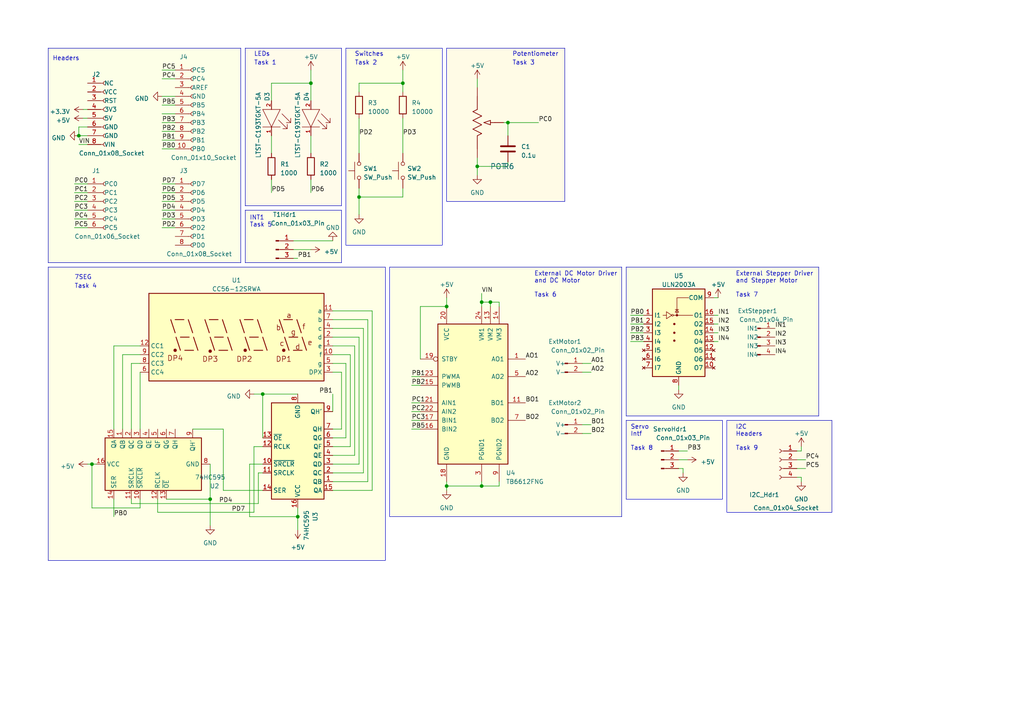
<source format=kicad_sch>
(kicad_sch (version 20230121) (generator eeschema)
  (paper "A4")
  (title_block (title "CpE301D KiCad PCB Design") (date "2023-05-09") (rev "1.0") (company "UNLV Student") (comment 1 "Arduino Shield for your Xplained Mini Atmega328p/pb.") (comment 2 "The goal of the final project in CpE301D will be to design an "))
  (lib_symbols
    (symbol "2023-05-09_16-09-35:POT" (pin_numbers hide) (pin_names (offset -1.651) hide)
      (property "Reference" "R6" (at -2.54 10.795 90))
      (property "Value" "POT" (at -2.54 8.255 90))
      (symbol "POT_1_1"
        (pin passive line (at 0 0 0) (length 2.54) (name "1") (number "1"))
        (pin passive line (at 10.16 7.62 270) (length 2.54) (name "2") (number "2"))
        (pin passive line (at 20.32 0 180) (length 2.54) (name "3") (number "3"))
      )
    )
    (symbol "74HC595_1"
      (property "Reference" "U2" (at -6.35 -19.05 90))
      (property "Value" "74HC595" (at -3.81 -17.78 90))
      (symbol "74HC595_1_1_0"
        (pin tri_state line (at 10.16 7.62 180) (length 2.54) (name "QB") (number "1"))
        (pin input line (at -10.16 2.54 0) (length 2.54) (name "~{SRCLR}") (number "10"))
        (pin input line (at -10.16 5.08 0) (length 2.54) (name "SRCLK") (number "11"))
        (pin input line (at -10.16 -2.54 0) (length 2.54) (name "RCLK") (number "12"))
        (pin input line (at -10.16 -5.08 0) (length 2.54) (name "~{OE}") (number "13"))
        (pin input line (at -10.16 10.16 0) (length 2.54) (name "SER") (number "14"))
        (pin tri_state line (at 10.16 10.16 180) (length 2.54) (name "QA") (number "15"))
        (pin power_in line (at 0 15.24 270) (length 2.54) (name "VCC") (number "16"))
        (pin tri_state line (at 10.16 5.08 180) (length 2.54) (name "QC") (number "2"))
        (pin tri_state line (at 10.16 2.54 180) (length 2.54) (name "QD") (number "3"))
        (pin free line (at 10.16 0 180) (length 2.54) (name "QE") (number "4"))
        (pin free line (at 10.16 -2.54 180) (length 2.54) (name "QF") (number "5"))
        (pin free line (at 10.16 -5.08 180) (length 2.54) (name "QG") (number "6"))
        (pin free line (at 10.16 -7.62 180) (length 2.54) (name "QH") (number "7"))
        (pin power_in line (at 0 -17.78 90) (length 2.54) (name "GND") (number "8"))
        (pin output line (at 10.16 -12.7 180) (length 2.54) (name "QH'") (number "9"))
      )
    )
    (symbol "74xx:74HC595"
      (property "Reference" "U" (at -7.62 13.97 0))
      (property "Value" "74HC595" (at -7.62 -16.51 0))
      (symbol "74HC595_1_0"
        (pin tri_state line (at 10.16 7.62 180) (length 2.54) (name "QB") (number "1"))
        (pin input line (at -10.16 2.54 0) (length 2.54) (name "~{SRCLR}") (number "10"))
        (pin input line (at -10.16 5.08 0) (length 2.54) (name "SRCLK") (number "11"))
        (pin input line (at -10.16 -2.54 0) (length 2.54) (name "RCLK") (number "12"))
        (pin input line (at -10.16 -5.08 0) (length 2.54) (name "~{OE}") (number "13"))
        (pin input line (at -10.16 10.16 0) (length 2.54) (name "SER") (number "14"))
        (pin tri_state line (at 10.16 10.16 180) (length 2.54) (name "QA") (number "15"))
        (pin power_in line (at 0 15.24 270) (length 2.54) (name "VCC") (number "16"))
        (pin tri_state line (at 10.16 5.08 180) (length 2.54) (name "QC") (number "2"))
        (pin tri_state line (at 10.16 2.54 180) (length 2.54) (name "QD") (number "3"))
        (pin tri_state line (at 10.16 0 180) (length 2.54) (name "QE") (number "4"))
        (pin tri_state line (at 10.16 -2.54 180) (length 2.54) (name "QF") (number "5"))
        (pin tri_state line (at 10.16 -5.08 180) (length 2.54) (name "QG") (number "6"))
        (pin tri_state line (at 10.16 -7.62 180) (length 2.54) (name "QH") (number "7"))
        (pin power_in line (at 0 -17.78 90) (length 2.54) (name "GND") (number "8"))
        (pin output line (at 10.16 -12.7 180) (length 2.54) (name "QH'") (number "9"))
      )
    )
    (symbol "Conn_01x02_Pin_1" (pin_names (offset 1.016))
      (property "Reference" "ExtMotor1" (at 0 6.35 0))
      (property "Value" "Conn_01x02_Pin" (at 3.81 3.81 0))
      (symbol "Conn_01x02_Pin_1_1_1"
        (pin passive line (at 5.08 0 180) (length 3.81) (name "V+") (number "1"))
        (pin passive line (at 5.08 -2.54 180) (length 3.81) (name "V-") (number "2"))
      )
    )
    (symbol "Conn_01x08_Socket_1" (pin_names (offset 1.016))
      (property "Reference" "J2" (at -3.81 10.16 0))
      (property "Value" "Conn_01x08_Socket" (at -7.62 -12.7 0))
      (symbol "Conn_01x08_Socket_1_1_1"
        (pin free line (at -5.08 7.62 0) (length 3.81) (name "NC") (number "1"))
        (pin free line (at -5.08 5.08 0) (length 3.81) (name "VCC") (number "2"))
        (pin free line (at -5.08 2.54 0) (length 3.81) (name "RST") (number "3"))
        (pin power_out line (at -5.08 0 0) (length 3.81) (name "3V3") (number "4"))
        (pin power_out line (at -5.08 -2.54 0) (length 3.81) (name "5V") (number "5"))
        (pin power_in line (at -5.08 -5.08 0) (length 3.81) (name "GND") (number "6"))
        (pin power_out line (at -5.08 -7.62 0) (length 3.81) (name "GND") (number "7"))
        (pin power_out line (at -5.08 -10.16 0) (length 3.81) (name "VIN") (number "8"))
      )
    )
    (symbol "Connector:Conn_01x02_Pin" (pin_names (offset 1.016))
      (property "Reference" "ExtMotor2" (at 0 6.35 0))
      (property "Value" "Conn_01x02_Pin" (at 3.81 3.81 0))
      (symbol "Conn_01x02_Pin_1_1"
        (pin passive line (at 5.08 0 180) (length 3.81) (name "V+") (number "1"))
        (pin passive line (at 5.08 -2.54 180) (length 3.81) (name "V-") (number "2"))
      )
    )
    (symbol "Connector:Conn_01x03_Pin" (pin_names (offset 1.016) hide)
      (property "Reference" "J" (at 0 5.08 0))
      (property "Value" "Conn_01x03_Pin" (at 0 -5.08 0))
      (symbol "Conn_01x03_Pin_1_1"
        (pin passive line (at 5.08 2.54 180) (length 3.81) (name "Pin_1") (number "1"))
        (pin passive line (at 5.08 0 180) (length 3.81) (name "Pin_2") (number "2"))
        (pin passive line (at 5.08 -2.54 180) (length 3.81) (name "Pin_3") (number "3"))
      )
    )
    (symbol "Connector:Conn_01x04_Pin" (pin_names (offset 1.016))
      (property "Reference" "J5" (at 0.635 6.35 0))
      (property "Value" "Conn_01x04_Pin" (at 0.635 3.81 0))
      (symbol "Conn_01x04_Pin_1_1"
        (pin passive line (at 5.08 2.54 180) (length 3.81) (name "IN1") (number "1"))
        (pin passive line (at 5.08 0 180) (length 3.81) (name "IN2") (number "2"))
        (pin passive line (at 5.08 -2.54 180) (length 3.81) (name "IN3") (number "3"))
        (pin passive line (at 5.08 -5.08 180) (length 3.81) (name "IN4") (number "4"))
      )
    )
    (symbol "Connector:Conn_01x04_Socket" (pin_names (offset 1.016) hide)
      (property "Reference" "J" (at 0 5.08 0))
      (property "Value" "Conn_01x04_Socket" (at 0 -7.62 0))
      (symbol "Conn_01x04_Socket_1_1"
        (pin passive line (at -5.08 2.54 0) (length 3.81) (name "Pin_1") (number "1"))
        (pin passive line (at -5.08 0 0) (length 3.81) (name "Pin_2") (number "2"))
        (pin passive line (at -5.08 -2.54 0) (length 3.81) (name "Pin_3") (number "3"))
        (pin passive line (at -5.08 -5.08 0) (length 3.81) (name "Pin_4") (number "4"))
      )
    )
    (symbol "Connector:Conn_01x06_Socket" (pin_names (offset 1.016))
      (property "Reference" "J1" (at -3.81 8.89 0))
      (property "Value" "Conn_01x06_Socket" (at -8.89 -10.16 0))
      (symbol "Conn_01x06_Socket_1_1"
        (pin passive line (at -5.08 5.08 0) (length 3.81) (name "PC0") (number "1"))
        (pin passive line (at -5.08 2.54 0) (length 3.81) (name "PC1") (number "2"))
        (pin passive line (at -5.08 0 0) (length 3.81) (name "PC2") (number "3"))
        (pin passive line (at -5.08 -2.54 0) (length 3.81) (name "PC3") (number "4"))
        (pin passive line (at -5.08 -5.08 0) (length 3.81) (name "PC4") (number "5"))
        (pin passive line (at -5.08 -7.62 0) (length 3.81) (name "PC5") (number "6"))
      )
    )
    (symbol "Connector:Conn_01x08_Socket" (pin_names (offset 1.016))
      (property "Reference" "J3" (at -3.81 11.43 0))
      (property "Value" "Conn_01x08_Socket" (at -7.62 -12.7 0))
      (symbol "Conn_01x08_Socket_1_1"
        (pin output line (at -5.08 7.62 0) (length 3.81) (name "PD7") (number "1"))
        (pin passive line (at -5.08 5.08 0) (length 3.81) (name "PD6") (number "2"))
        (pin passive line (at -5.08 2.54 0) (length 3.81) (name "PD5") (number "3"))
        (pin passive line (at -5.08 0 0) (length 3.81) (name "PD4") (number "4"))
        (pin passive line (at -5.08 -2.54 0) (length 3.81) (name "PD3") (number "5"))
        (pin passive line (at -5.08 -5.08 0) (length 3.81) (name "PD2") (number "6"))
        (pin free line (at -5.08 -7.62 0) (length 3.81) (name "PD1") (number "7"))
        (pin free line (at -5.08 -10.16 0) (length 3.81) (name "PD0") (number "8"))
      )
    )
    (symbol "Connector:Conn_01x10_Socket" (pin_names (offset 1.016))
      (property "Reference" "J4" (at -3.81 13.97 0))
      (property "Value" "Conn_01x10_Socket" (at -6.35 -15.24 0))
      (symbol "Conn_01x10_Socket_1_1"
        (pin passive line (at -5.08 10.16 0) (length 3.81) (name "PC5") (number "1"))
        (pin passive line (at -5.08 -12.7 0) (length 3.81) (name "PB0") (number "10"))
        (pin passive line (at -5.08 7.62 0) (length 3.81) (name "PC4") (number "2"))
        (pin free line (at -5.08 5.08 0) (length 3.81) (name "AREF") (number "3"))
        (pin power_in line (at -5.08 2.54 0) (length 3.81) (name "GND") (number "4"))
        (pin passive line (at -5.08 0 0) (length 3.81) (name "PB5") (number "5"))
        (pin free line (at -5.08 -2.54 0) (length 3.81) (name "PB4") (number "6"))
        (pin passive line (at -5.08 -5.08 0) (length 3.81) (name "PB3") (number "7"))
        (pin passive line (at -5.08 -7.62 0) (length 3.81) (name "PB2") (number "8"))
        (pin passive line (at -5.08 -10.16 0) (length 3.81) (name "PB1") (number "9"))
      )
    )
    (symbol "Device:C" (pin_numbers hide) (pin_names (offset 0.254))
      (property "Reference" "C" (at 0.635 2.54 0))
      (property "Value" "C" (at 0.635 -2.54 0))
      (symbol "C_1_1"
        (pin passive line (at 0 3.81 270) (length 2.794) (name "~") (number "1"))
        (pin passive line (at 0 -3.81 90) (length 2.794) (name "~") (number "2"))
      )
    )
    (symbol "Device:R" (pin_numbers hide) (pin_names (offset 0))
      (property "Reference" "R" (at 2.032 0 90))
      (property "Value" "R" (at 0 0 90))
      (symbol "R_1_1"
        (pin passive line (at 0 3.81 270) (length 1.27) (name "~") (number "1"))
        (pin passive line (at 0 -3.81 90) (length 1.27) (name "~") (number "2"))
      )
    )
    (symbol "Display_Character:CC56-12SRWA"
      (property "Reference" "U" (at -24.13 13.97 0))
      (property "Value" "CC56-12SRWA" (at 17.78 13.97 0))
      (symbol "CC56-12SRWA_0_0"
        (text "a" (at -15.24 6.35 0) (effects (font (size 1.524 1.524))))
        (text "b" (at -12.192 2.794 0) (effects (font (size 1.524 1.524))))
        (text "c" (at -13.208 -1.778 0) (effects (font (size 1.524 1.524))))
        (text "d" (at -17.78 -2.794 0) (effects (font (size 1.524 1.524))))
        (text "DP1" (at -13.716 -6.35 0) (effects (font (size 1.524 1.524))))
        (text "DP2" (at -2.286 -6.35 0) (effects (font (size 1.524 1.524))))
        (text "DP3" (at 7.62 -6.35 0) (effects (font (size 1.524 1.524))))
        (text "DP4" (at 17.78 -6.096 0) (effects (font (size 1.524 1.524))))
        (text "e" (at -21.336 -1.524 0) (effects (font (size 1.524 1.524))))
        (text "f" (at -19.558 3.048 0) (effects (font (size 1.524 1.524))))
        (text "g" (at -16.51 1.524 0) (effects (font (size 1.524 1.524))))
      )
      (symbol "CC56-12SRWA_1_1"
        (pin input line (at -27.94 -2.54 0) (length 2.54) (name "e") (number "1"))
        (pin input line (at -27.94 -5.08 0) (length 2.54) (name "f") (number "10"))
        (pin input line (at -27.94 7.62 0) (length 2.54) (name "a") (number "11"))
        (pin input line (at 27.94 -2.54 180) (length 2.54) (name "CC1") (number "12"))
        (pin input line (at -27.94 0 0) (length 2.54) (name "d") (number "2"))
        (pin input line (at -27.94 -10.16 0) (length 2.54) (name "DPX") (number "3"))
        (pin input line (at -27.94 2.54 0) (length 2.54) (name "c") (number "4"))
        (pin input line (at -27.94 -7.62 0) (length 2.54) (name "g") (number "5"))
        (pin input line (at 27.94 -10.16 180) (length 2.54) (name "CC4") (number "6"))
        (pin input line (at -27.94 5.08 0) (length 2.54) (name "b") (number "7"))
        (pin input line (at 27.94 -7.62 180) (length 2.54) (name "CC3") (number "8"))
        (pin input line (at 27.94 -5.08 180) (length 2.54) (name "CC2") (number "9"))
      )
    )
    (symbol "Driver_Motor:TB6612FNG" (pin_names (offset 1.016))
      (property "Reference" "U" (at 11.43 17.78 0))
      (property "Value" "TB6612FNG" (at 11.43 15.24 0))
      (symbol "TB6612FNG_1_1"
        (pin output line (at 15.24 10.16 180) (length 5.08) (name "AO1") (number "1"))
        (pin passive line (at 7.62 -25.4 90) (length 5.08) hide (name "PGND2") (number "10"))
        (pin output line (at 15.24 -2.54 180) (length 5.08) (name "BO1") (number "11"))
        (pin passive line (at 15.24 -2.54 180) (length 5.08) hide (name "BO1") (number "12"))
        (pin power_in line (at 5.08 25.4 270) (length 5.08) (name "VM2") (number "13"))
        (pin power_in line (at 7.62 25.4 270) (length 5.08) (name "VM3") (number "14"))
        (pin input line (at -15.24 2.54 0) (length 5.08) (name "PWMB") (number "15"))
        (pin input line (at -15.24 -10.16 0) (length 5.08) (name "BIN2") (number "16"))
        (pin input line (at -15.24 -7.62 0) (length 5.08) (name "BIN1") (number "17"))
        (pin power_in line (at -7.62 -25.4 90) (length 5.08) (name "GND") (number "18"))
        (pin input inverted (at -15.24 10.16 0) (length 5.08) (name "STBY") (number "19"))
        (pin passive line (at 15.24 10.16 180) (length 5.08) hide (name "AO1") (number "2"))
        (pin power_in line (at -7.62 25.4 270) (length 5.08) (name "VCC") (number "20"))
        (pin input line (at -15.24 -2.54 0) (length 5.08) (name "AIN1") (number "21"))
        (pin input line (at -15.24 -5.08 0) (length 5.08) (name "AIN2") (number "22"))
        (pin input line (at -15.24 5.08 0) (length 5.08) (name "PWMA") (number "23"))
        (pin power_in line (at 2.54 25.4 270) (length 5.08) (name "VM1") (number "24"))
        (pin power_in line (at 2.54 -25.4 90) (length 5.08) (name "PGND1") (number "3"))
        (pin passive line (at 2.54 -25.4 90) (length 5.08) hide (name "PGND1") (number "4"))
        (pin output line (at 15.24 5.08 180) (length 5.08) (name "AO2") (number "5"))
        (pin passive line (at 15.24 5.08 180) (length 5.08) hide (name "AO2") (number "6"))
        (pin output line (at 15.24 -7.62 180) (length 5.08) (name "BO2") (number "7"))
        (pin passive line (at 15.24 -7.62 180) (length 5.08) hide (name "BO2") (number "8"))
        (pin power_in line (at 7.62 -25.4 90) (length 5.08) (name "PGND2") (number "9"))
      )
    )
    (symbol "Switch:SW_Push" (pin_numbers hide) (pin_names (offset 1.016) hide)
      (property "Reference" "SW" (at 1.27 2.54 0))
      (property "Value" "SW_Push" (at 0 -1.524 0))
      (symbol "SW_Push_0_1"
        (pin passive line (at -5.08 0 0) (length 2.54) (name "1") (number "1"))
        (pin passive line (at 5.08 0 180) (length 2.54) (name "2") (number "2"))
      )
    )
    (symbol "Transistor_Array:ULN2003A"
      (property "Reference" "U5" (at 0 16.51 0))
      (property "Value" "ULN2003A" (at 0 13.97 0))
      (symbol "ULN2003A_1_1"
        (pin input line (at -10.16 5.08 0) (length 2.54) (name "I1") (number "1"))
        (pin no_connect line (at 10.16 -10.16 180) (length 2.54) (name "O7") (number "10"))
        (pin no_connect line (at 10.16 -7.62 180) (length 2.54) (name "O6") (number "11"))
        (pin no_connect line (at 10.16 -5.08 180) (length 2.54) (name "O5") (number "12"))
        (pin open_collector line (at 10.16 -2.54 180) (length 2.54) (name "O4") (number "13"))
        (pin open_collector line (at 10.16 0 180) (length 2.54) (name "O3") (number "14"))
        (pin open_collector line (at 10.16 2.54 180) (length 2.54) (name "O2") (number "15"))
        (pin open_collector line (at 10.16 5.08 180) (length 2.54) (name "O1") (number "16"))
        (pin input line (at -10.16 2.54 0) (length 2.54) (name "I2") (number "2"))
        (pin input line (at -10.16 0 0) (length 2.54) (name "I3") (number "3"))
        (pin input line (at -10.16 -2.54 0) (length 2.54) (name "I4") (number "4"))
        (pin no_connect line (at -10.16 -5.08 0) (length 2.54) (name "I5") (number "5"))
        (pin no_connect line (at -10.16 -7.62 0) (length 2.54) (name "I6") (number "6"))
        (pin no_connect line (at -10.16 -10.16 0) (length 2.54) (name "I7") (number "7"))
        (pin power_in line (at 0 -15.24 90) (length 2.54) (name "GND") (number "8"))
        (pin passive line (at 10.16 10.16 180) (length 2.54) (name "COM") (number "9"))
      )
    )
    (symbol "eec:LTST-C193TGKT-5A" (pin_names (offset 1.016))
      (property "Reference" "D" (at 0 10.16 0))
      (property "Value" "LTST-C193TGKT-5A" (at 0 12.7 0))
      (symbol "LTST-C193TGKT-5A_1_1"
        (pin passive line (at 12.7 0 180) (length 2.54) (name "CATHODE") (number "1"))
        (pin passive line (at 2.54 0 0) (length 2.54) (name "ANODE") (number "2"))
      )
    )
    (symbol "power:+3.3V" (power) (pin_names (offset 0))
      (property "Value" "+3.3V" (at 0 3.556 0))
      (symbol "+3.3V_1_1"
        (pin power_in line (at 0 0 90) (length 0) hide (name "+3.3V") (number "1"))
      )
    )
    (symbol "power:+5V" (power) (pin_names (offset 0))
      (property "Value" "+5V" (at 0 3.556 0))
      (symbol "+5V_1_1"
        (pin power_in line (at 0 0 90) (length 0) hide (name "+5V") (number "1"))
      )
    )
    (symbol "power:GND" (power) (pin_names (offset 0))
      (property "Value" "GND" (at 0 -3.81 0))
      (symbol "GND_1_1"
        (pin power_in line (at 0 0 270) (length 0) hide (name "GND") (number "1"))
      )
    )
  )
  (junction (at 60.96 144.78))
  (junction (at 129.54 140.97))
  (junction (at 26.67 134.62))
  (junction (at 129.54 88.9))
  (junction (at 139.7 140.97))
  (junction (at 138.43 48.26))
  (junction (at 147.32 35.56))
  (junction (at 86.36 149.86))
  (junction (at 139.7 87.63))
  (junction (at 104.14 57.15))
  (junction (at 116.84 24.13))
  (junction (at 76.2 114.3))
  (junction (at 90.17 24.13))
  (junction (at 22.86 39.37))
  (junction (at 142.24 87.63))
  (wire (pts (xy 78.74 52.07) (xy 78.74 55.88)))
  (wire (pts (xy 147.32 35.56) (xy 147.32 39.37)))
  (wire (pts (xy 207.01 99.06) (xy 208.28 99.06)))
  (wire (pts (xy 231.14 133.35) (xy 233.68 133.35)))
  (wire (pts (xy 96.52 124.46) (xy 99.06 124.46)))
  (wire (pts (xy 46.99 58.42) (xy 50.8 58.42)))
  (wire (pts (xy 21.59 55.88) (xy 25.4 55.88)))
  (wire (pts (xy 104.14 54.61) (xy 104.14 57.15)))
  (wire (pts (xy 40.64 144.78) (xy 40.64 147.32)))
  (wire (pts (xy 182.88 99.06) (xy 186.69 99.06)))
  (wire (pts (xy 38.1 144.78) (xy 38.1 146.05)))
  (wire (pts (xy 168.91 105.41) (xy 171.45 105.41)))
  (wire (pts (xy 96.52 100.33) (xy 102.87 100.33)))
  (wire (pts (xy 45.72 148.59) (xy 73.66 148.59)))
  (wire (pts (xy 45.72 144.78) (xy 45.72 148.59)))
  (wire (pts (xy 101.6 129.54) (xy 101.6 102.87)))
  (wire (pts (xy 139.7 140.97) (xy 129.54 140.97)))
  (wire (pts (xy 46.99 33.02) (xy 50.8 33.02)))
  (wire (pts (xy 99.06 107.95) (xy 96.52 107.95)))
  (wire (pts (xy 101.6 102.87) (xy 96.52 102.87)))
  (wire (pts (xy 46.99 30.48) (xy 50.8 30.48)))
  (wire (pts (xy 60.96 144.78) (xy 60.96 152.4)))
  (wire (pts (xy 106.68 92.71) (xy 96.52 92.71)))
  (wire (pts (xy 139.7 140.97) (xy 144.78 140.97)))
  (wire (pts (xy 208.28 86.36) (xy 207.01 86.36)))
  (wire (pts (xy 73.66 129.54) (xy 73.66 148.59)))
  (wire (pts (xy 147.32 48.26) (xy 138.43 48.26)))
  (wire (pts (xy 119.38 124.46) (xy 121.92 124.46)))
  (wire (pts (xy 119.38 119.38) (xy 121.92 119.38)))
  (wire (pts (xy 142.24 87.63) (xy 139.7 87.63)))
  (wire (pts (xy 116.84 20.32) (xy 116.84 24.13)))
  (wire (pts (xy 207.01 91.44) (xy 208.28 91.44)))
  (wire (pts (xy 21.59 53.34) (xy 25.4 53.34)))
  (wire (pts (xy 48.26 144.78) (xy 60.96 144.78)))
  (wire (pts (xy 182.88 96.52) (xy 186.69 96.52)))
  (wire (pts (xy 138.43 45.72) (xy 138.43 48.26)))
  (wire (pts (xy 139.7 85.09) (xy 139.7 87.63)))
  (wire (pts (xy 90.17 39.37) (xy 90.17 44.45)))
  (wire (pts (xy 182.88 93.98) (xy 186.69 93.98)))
  (wire (pts (xy 46.99 20.32) (xy 50.8 20.32)))
  (wire (pts (xy 119.38 116.84) (xy 121.92 116.84)))
  (wire (pts (xy 25.4 36.83) (xy 22.86 36.83)))
  (wire (pts (xy 138.43 22.86) (xy 138.43 25.4)))
  (wire (pts (xy 55.88 124.46) (xy 64.77 124.46)))
  (wire (pts (xy 46.99 55.88) (xy 50.8 55.88)))
  (wire (pts (xy 121.92 104.14) (xy 121.92 88.9)))
  (wire (pts (xy 22.86 39.37) (xy 25.4 39.37)))
  (wire (pts (xy 196.85 133.35) (xy 199.39 133.35)))
  (wire (pts (xy 46.99 38.1) (xy 50.8 38.1)))
  (wire (pts (xy 40.64 147.32) (xy 26.67 147.32)))
  (wire (pts (xy 76.2 114.3) (xy 76.2 127)))
  (wire (pts (xy 72.39 149.86) (xy 86.36 149.86)))
  (wire (pts (xy 104.14 24.13) (xy 116.84 24.13)))
  (wire (pts (xy 46.99 43.18) (xy 50.8 43.18)))
  (wire (pts (xy 90.17 24.13) (xy 90.17 29.21)))
  (wire (pts (xy 182.88 91.44) (xy 186.69 91.44)))
  (wire (pts (xy 104.14 34.29) (xy 104.14 44.45)))
  (wire (pts (xy 46.99 22.86) (xy 50.8 22.86)))
  (wire (pts (xy 96.52 129.54) (xy 101.6 129.54)))
  (wire (pts (xy 232.41 138.43) (xy 232.41 139.7)))
  (wire (pts (xy 232.41 130.81) (xy 232.41 129.54)))
  (wire (pts (xy 33.02 144.78) (xy 33.02 149.86)))
  (wire (pts (xy 168.91 125.73) (xy 171.45 125.73)))
  (wire (pts (xy 38.1 146.05) (xy 74.93 146.05)))
  (wire (pts (xy 106.68 139.7) (xy 106.68 92.71)))
  (wire (pts (xy 207.01 93.98) (xy 208.28 93.98)))
  (wire (pts (xy 138.43 48.26) (xy 138.43 50.8)))
  (wire (pts (xy 102.87 100.33) (xy 102.87 132.08)))
  (wire (pts (xy 90.17 20.32) (xy 90.17 24.13)))
  (wire (pts (xy 147.32 35.56) (xy 156.21 35.56)))
  (wire (pts (xy 40.64 107.95) (xy 40.64 124.46)))
  (wire (pts (xy 139.7 87.63) (xy 139.7 88.9)))
  (wire (pts (xy 196.85 111.76) (xy 196.85 113.03)))
  (wire (pts (xy 38.1 124.46) (xy 38.1 105.41)))
  (wire (pts (xy 46.99 60.96) (xy 50.8 60.96)))
  (wire (pts (xy 121.92 88.9) (xy 129.54 88.9)))
  (wire (pts (xy 46.99 27.94) (xy 50.8 27.94)))
  (wire (pts (xy 119.38 121.92) (xy 121.92 121.92)))
  (wire (pts (xy 196.85 130.81) (xy 199.39 130.81)))
  (wire (pts (xy 96.52 139.7) (xy 106.68 139.7)))
  (wire (pts (xy 21.59 60.96) (xy 25.4 60.96)))
  (wire (pts (xy 105.41 95.25) (xy 105.41 137.16)))
  (wire (pts (xy 46.99 66.04) (xy 50.8 66.04)))
  (wire (pts (xy 99.06 124.46) (xy 99.06 107.95)))
  (wire (pts (xy 21.59 66.04) (xy 25.4 66.04)))
  (wire (pts (xy 168.91 123.19) (xy 171.45 123.19)))
  (wire (pts (xy 85.09 72.39) (xy 90.17 72.39)))
  (wire (pts (xy 104.14 134.62) (xy 104.14 97.79)))
  (wire (pts (xy 107.95 90.17) (xy 107.95 142.24)))
  (wire (pts (xy 76.2 114.3) (xy 86.36 114.3)))
  (wire (pts (xy 116.84 57.15) (xy 104.14 57.15)))
  (wire (pts (xy 78.74 39.37) (xy 78.74 44.45)))
  (wire (pts (xy 78.74 29.21) (xy 78.74 24.13)))
  (wire (pts (xy 33.02 124.46) (xy 33.02 100.33)))
  (wire (pts (xy 22.86 41.91) (xy 25.4 41.91)))
  (wire (pts (xy 24.13 31.75) (xy 25.4 31.75)))
  (wire (pts (xy 198.12 135.89) (xy 196.85 135.89)))
  (wire (pts (xy 144.78 139.7) (xy 144.78 140.97)))
  (wire (pts (xy 144.78 87.63) (xy 142.24 87.63)))
  (wire (pts (xy 86.36 147.32) (xy 86.36 149.86)))
  (wire (pts (xy 46.99 63.5) (xy 50.8 63.5)))
  (wire (pts (xy 144.78 88.9) (xy 144.78 87.63)))
  (wire (pts (xy 78.74 24.13) (xy 90.17 24.13)))
  (wire (pts (xy 72.39 134.62) (xy 72.39 149.86)))
  (wire (pts (xy 90.17 52.07) (xy 90.17 55.88)))
  (wire (pts (xy 142.24 88.9) (xy 142.24 87.63)))
  (wire (pts (xy 60.96 134.62) (xy 60.96 144.78)))
  (wire (pts (xy 96.52 132.08) (xy 102.87 132.08)))
  (wire (pts (xy 119.38 109.22) (xy 121.92 109.22)))
  (wire (pts (xy 24.13 34.29) (xy 25.4 34.29)))
  (wire (pts (xy 139.7 139.7) (xy 139.7 140.97)))
  (wire (pts (xy 96.52 97.79) (xy 104.14 97.79)))
  (wire (pts (xy 21.59 63.5) (xy 25.4 63.5)))
  (wire (pts (xy 129.54 140.97) (xy 129.54 142.24)))
  (wire (pts (xy 33.02 100.33) (xy 40.64 100.33)))
  (wire (pts (xy 76.2 129.54) (xy 73.66 129.54)))
  (wire (pts (xy 85.09 69.85) (xy 96.52 69.85)))
  (wire (pts (xy 76.2 134.62) (xy 72.39 134.62)))
  (wire (pts (xy 26.67 147.32) (xy 26.67 134.62)))
  (wire (pts (xy 86.36 149.86) (xy 86.36 153.67)))
  (wire (pts (xy 96.52 142.24) (xy 107.95 142.24)))
  (wire (pts (xy 96.52 134.62) (xy 104.14 134.62)))
  (wire (pts (xy 146.05 35.56) (xy 147.32 35.56)))
  (wire (pts (xy 40.64 102.87) (xy 35.56 102.87)))
  (wire (pts (xy 96.52 95.25) (xy 105.41 95.25)))
  (wire (pts (xy 85.09 74.93) (xy 86.36 74.93)))
  (wire (pts (xy 129.54 139.7) (xy 129.54 140.97)))
  (wire (pts (xy 231.14 135.89) (xy 233.68 135.89)))
  (wire (pts (xy 96.52 114.3) (xy 96.52 119.38)))
  (wire (pts (xy 116.84 24.13) (xy 116.84 26.67)))
  (wire (pts (xy 231.14 138.43) (xy 232.41 138.43)))
  (wire (pts (xy 96.52 105.41) (xy 100.33 105.41)))
  (wire (pts (xy 73.66 114.3) (xy 76.2 114.3)))
  (wire (pts (xy 38.1 105.41) (xy 40.64 105.41)))
  (wire (pts (xy 46.99 35.56) (xy 50.8 35.56)))
  (wire (pts (xy 25.4 134.62) (xy 26.67 134.62)))
  (wire (pts (xy 64.77 124.46) (xy 64.77 142.24)))
  (wire (pts (xy 46.99 40.64) (xy 50.8 40.64)))
  (wire (pts (xy 46.99 53.34) (xy 50.8 53.34)))
  (wire (pts (xy 21.59 58.42) (xy 25.4 58.42)))
  (wire (pts (xy 100.33 105.41) (xy 100.33 127)))
  (wire (pts (xy 168.91 107.95) (xy 171.45 107.95)))
  (wire (pts (xy 22.86 36.83) (xy 22.86 39.37)))
  (wire (pts (xy 231.14 130.81) (xy 232.41 130.81)))
  (wire (pts (xy 74.93 146.05) (xy 74.93 137.16)))
  (wire (pts (xy 198.12 137.16) (xy 198.12 135.89)))
  (wire (pts (xy 119.38 111.76) (xy 121.92 111.76)))
  (wire (pts (xy 104.14 26.67) (xy 104.14 24.13)))
  (wire (pts (xy 74.93 137.16) (xy 76.2 137.16)))
  (wire (pts (xy 147.32 46.99) (xy 147.32 48.26)))
  (wire (pts (xy 207.01 96.52) (xy 208.28 96.52)))
  (wire (pts (xy 26.67 134.62) (xy 27.94 134.62)))
  (wire (pts (xy 105.41 137.16) (xy 96.52 137.16)))
  (wire (pts (xy 35.56 102.87) (xy 35.56 124.46)))
  (wire (pts (xy 104.14 57.15) (xy 104.14 62.23)))
  (wire (pts (xy 116.84 54.61) (xy 116.84 57.15)))
  (wire (pts (xy 129.54 86.36) (xy 129.54 88.9)))
  (wire (pts (xy 96.52 127) (xy 100.33 127)))
  (wire (pts (xy 64.77 142.24) (xy 76.2 142.24)))
  (wire (pts (xy 116.84 34.29) (xy 116.84 44.45)))
  (wire (pts (xy 96.52 90.17) (xy 107.95 90.17)))
  (rectangle (start 71.12 60.96) (end 99.06 76.2) (fill (type color) (color 255 255 230 1)))
  (rectangle (start 13.97 77.47) (end 111.76 162.56) (fill (type color) (color 255 255 230 1)))
  (rectangle (start 181.61 77.47) (end 237.49 120.65) (fill (type color) (color 251 255 230 1)))
  (rectangle (start 71.12 15.24) (end 71.12 15.24))
  (rectangle (start 181.61 121.92) (end 209.55 144.78) (fill (type color) (color 255 255 230 1)))
  (rectangle (start 113.03 77.47) (end 180.34 149.86) (fill (type color) (color 254 255 230 1)))
  (rectangle (start 210.82 121.92) (end 241.3 148.59) (fill (type color) (color 255 251 230 1)))
  (rectangle (start 71.12 13.97) (end 99.06 59.69) (fill (type color) (color 255 251 234 1)))
  (rectangle (start 100.33 13.97) (end 128.27 71.12) (fill (type color) (color 255 255 227 1)))
  (rectangle (start 13.97 13.97) (end 69.85 76.2) (fill (type color) (color 253 255 231 1)))
  (rectangle (start 129.54 13.97) (end 163.83 58.42) (fill (type color) (color 255 251 230 1)))
  (text "External DC Motor Driver\nand DC Motor\n\nTask 6" (at 154.94 86.36 0) (effects (font (size 1.27 1.27)) (justify left bottom)))
  (text "Switches" (at 102.87 16.51 0) (effects (font (size 1.27 1.27)) (justify left bottom)))
  (text "Task 2" (at 102.87 19.05 0) (effects (font (size 1.27 1.27)) (justify left bottom)))
  (text "Servo\nIntf\n\nTask 8" (at 182.88 130.81 0) (effects (font (size 1.27 1.27)) (justify left bottom)))
  (text "Task 3" (at 148.59 19.05 0) (effects (font (size 1.27 1.27)) (justify left bottom)))
  (text "7SEG" (at 21.59 81.28 0) (effects (font (size 1.27 1.27)) (justify left bottom)))
  (text "I2C\nHeaders\n\nTask 9" (at 213.36 130.81 0) (effects (font (size 1.27 1.27)) (justify left bottom)))
  (text "Potentiometer" (at 148.59 16.51 0) (effects (font (size 1.27 1.27)) (justify left bottom)))
  (text "External Stepper Driver\nand Stepper Motor\n\nTask 7" (at 213.36 86.36 0) (effects (font (size 1.27 1.27)) (justify left bottom)))
  (text "INT1\nTask 5" (at 72.39 66.04 0) (effects (font (size 1.27 1.27)) (justify left bottom)))
  (text "Task 4" (at 21.59 83.82 0) (effects (font (size 1.27 1.27)) (justify left bottom)))
  (text "Headers" (at 15.24 17.78 0) (effects (font (size 1.27 1.27)) (justify left bottom)))
  (text "Task 1" (at 73.66 19.05 0) (effects (font (size 1.27 1.27)) (justify left bottom)))
  (text "LEDs" (at 73.66 16.51 0) (effects (font (size 1.27 1.27)) (justify left bottom)))
  (label "BO1" (at 171.45 123.19 0))
  (label "PB5" (at 46.99 30.48 0))
  (label "PC4" (at 21.59 63.5 0))
  (label "PC3" (at 119.38 121.92 0))
  (label "PB2" (at 119.38 111.76 0))
  (label "IN3" (at 208.28 96.52 0))
  (label "BO1" (at 152.4 116.84 0))
  (label "AO2" (at 171.45 107.95 0))
  (label "PC2" (at 119.38 119.38 0))
  (label "PD4" (at 63.5 146.05 0))
  (label "PD6" (at 46.99 55.88 0))
  (label "BO2" (at 152.4 121.92 0))
  (label "PB1" (at 96.52 114.3 180))
  (label "IN3" (at 224.79 100.33 0))
  (label "AO1" (at 171.45 105.41 0))
  (label "PB3" (at 46.99 35.56 0))
  (label "PD6" (at 90.17 55.88 0))
  (label "PB0" (at 46.99 43.18 0))
  (label "PD7" (at 71.12 148.59 180))
  (label "PB2" (at 182.88 96.52 0))
  (label "IN2" (at 224.79 97.79 0))
  (label "PC4" (at 233.68 133.35 0))
  (label "IN2" (at 208.28 93.98 0))
  (label "PD4" (at 46.99 60.96 0))
  (label "PC0" (at 21.59 53.34 0))
  (label "IN4" (at 224.79 102.87 0))
  (label "PB1" (at 182.88 93.98 0))
  (label "PC3" (at 21.59 60.96 0))
  (label "IN1" (at 208.28 91.44 0))
  (label "PD3" (at 116.84 39.37 0))
  (label "IN4" (at 208.28 99.06 0))
  (label "AO1" (at 152.4 104.14 0))
  (label "AO2" (at 152.4 109.22 0))
  (label "PB1" (at 46.99 40.64 0))
  (label "PD5" (at 78.74 55.88 0))
  (label "BO2" (at 171.45 125.73 0))
  (label "PC5" (at 46.99 20.32 0))
  (label "VIN" (at 139.7 85.09 0))
  (label "PB1" (at 86.36 74.93 0))
  (label "PC5" (at 233.68 135.89 0))
  (label "PC0" (at 156.21 35.56 0))
  (label "PB3" (at 182.88 99.06 0))
  (label "PD5" (at 46.99 58.42 0))
  (label "PD7" (at 46.99 53.34 0))
  (label "PC4" (at 46.99 22.86 0))
  (label "PB3" (at 199.39 130.81 0))
  (label "IN1" (at 224.79 95.25 0))
  (label "PC5" (at 21.59 66.04 0))
  (label "PB2" (at 46.99 38.1 0))
  (label "PC2" (at 21.59 58.42 0))
  (label "PD2" (at 104.14 39.37 0))
  (label "VIN" (at 22.86 41.91 0))
  (label "PB1" (at 119.38 109.22 0))
  (label "PB5" (at 119.38 124.46 0))
  (label "PB0" (at 33.02 149.86 0))
  (label "PC1" (at 21.59 55.88 0))
  (label "PD2" (at 46.99 66.04 0))
  (label "PD3" (at 46.99 63.5 0))
  (label "PC1" (at 119.38 116.84 0))
  (label "PB0" (at 182.88 91.44 0))
  (symbol (lib_id "Device:R") (at 116.84 30.48 0) (unit 1)
    (property "Reference" "R4" (at 119.38 29.845 0) (effects (justify left)))
    (property "Value" "10000" (at 119.38 32.385 0) (effects (justify left)))
    (property "Footprint" "Resistor_SMD:R_0201_0603Metric" (effects hide))
  )
  (symbol (lib_id "Connector:Conn_01x03_Pin") (at 191.77 133.35 0) (unit 1)
    (property "Reference" "ServoHdr1" (at 194.31 124.46 0))
    (property "Value" "Conn_01x03_Pin" (at 198.12 127 0))
    (property "Footprint" "Connector_PinHeader_2.54mm:PinHeader_1x03_P2.54mm_Vertical" (effects hide))
  )
  (symbol (lib_id "power:+5V") (at 86.36 153.67 180) (unit 1)
    (property "Reference" "#PWR013" (effects hide))
    (property "Value" "+5V" (at 86.36 158.75 0))
  )
  (symbol (lib_id "Connector:Conn_01x04_Socket") (at 226.06 133.35 0) (mirror y) (unit 1)
    (property "Reference" "I2C_Hdr1" (at 226.06 143.51 0) (effects (justify left)))
    (property "Value" "Conn_01x04_Socket" (at 237.49 147.32 0) (effects (justify left)))
    (property "Footprint" "Connector_PinSocket_2.54mm:PinSocket_1x04_P2.54mm_Vertical" (effects hide))
  )
  (symbol (lib_id "power:GND") (at 73.66 114.3 270) (unit 1)
    (property "Reference" "#PWR011" (effects hide))
    (property "Value" "GND" (at 69.85 114.935 90) (effects (justify right)))
  )
  (symbol (lib_id "2023-05-09_16-09-35:POT") (at 138.43 45.72 270) (mirror x) (unit 1)
    (property "Reference" "R6" (at 149.225 48.26 90) (effects (font (size 1.524 1.524)) (justify right)))
    (property "Value" "POT" (at 146.685 48.26 90) (effects (font (size 1.524 1.524)) (justify right)))
    (property "Footprint" "ul_3362P-1-103LF:3362P-1-103LF" (effects hide))
  )
  (symbol (lib_id "Switch:SW_Push") (at 116.84 49.53 90) (unit 1)
    (property "Reference" "SW2" (at 118.11 48.895 90) (effects (justify right)))
    (property "Value" "SW_Push" (at 118.11 51.435 90) (effects (justify right)))
    (property "Footprint" "ul_8-1437565-1:8-1437565-1" (effects hide))
  )
  (symbol (lib_id "power:+5V") (at 232.41 129.54 0) (unit 1)
    (property "Reference" "#PWR023" (effects hide))
    (property "Value" "+5V" (at 232.41 125.73 0))
  )
  (symbol (lib_id "Device:R") (at 90.17 48.26 0) (unit 1)
    (property "Reference" "R2" (at 92.71 47.625 0) (effects (justify left)))
    (property "Value" "1000" (at 92.71 50.165 0) (effects (justify left)))
    (property "Footprint" "footprints:RC0603JR-071KL" (effects hide))
  )
  (symbol (lib_id "power:+5V") (at 90.17 20.32 0) (unit 1)
    (property "Reference" "#PWR01" (effects hide))
    (property "Value" "+5V" (at 90.17 16.51 0))
  )
  (symbol (lib_id "Connector:Conn_01x06_Socket") (at 30.48 58.42 0) (unit 1)
    (property "Reference" "J1" (at 26.67 49.53 0) (effects (justify left)))
    (property "Value" "Conn_01x06_Socket" (at 21.59 68.58 0) (effects (justify left)))
    (property "Footprint" "Connector_PinSocket_2.54mm:PinSocket_1x06_P2.54mm_Vertical" (effects hide))
  )
  (symbol (lib_id "Connector:Conn_01x03_Pin") (at 80.01 72.39 0) (unit 1)
    (property "Reference" "T1Hdr1" (at 82.55 62.23 0))
    (property "Value" "Conn_01x03_Pin" (at 86.36 64.77 0))
    (property "Footprint" "Connector_PinHeader_2.54mm:PinHeader_1x03_P2.54mm_Vertical" (effects hide))
  )
  (symbol (lib_id "eec:LTST-C193TGKT-5A") (at 90.17 26.67 270) (unit 1)
    (property "Reference" "D4" (at 88.9 26.67 0) (effects (justify left)))
    (property "Value" "LTST-C193TGKT-5A" (at 86.36 26.67 0) (effects (justify left)))
    (property "Footprint" "eec:Lite-On-LTST-C193TGKT-5A-MFG" (effects hide))
    (property "Datasheet" "https://media.digikey.com/pdf/Data%20Sheets/Lite-On%20PDFs/LTST-C193TGKT-5A.pdf" (effects hide))
    (property "automotive" "No" (effects hide))
    (property "category" "Diode" (effects hide))
    (property "colour" "Green" (effects hide))
    (property "device class L1" "Optoelectronics" (effects hide))
    (property "device class L2" "LEDs" (effects hide))
    (property "device class L3" "unset" (effects hide))
    (property "digikey description" "LED GREEN CLEAR CHIP SMD" (effects hide))
    (property "digikey part number" "160-1832-1-ND" (effects hide))
    (property "forward current" "5mA" (effects hide))
    (property "forward voltage" "3.1V" (effects hide))
    (property "height" "0.45mm" (effects hide))
    (property "lead free" "Yes" (effects hide))
    (property "led orientation" "Top View" (effects hide))
    (property "library id" "2964050989cf6fc2" (effects hide))
    (property "luminous intensity" "28-280mcd" (effects hide))
    (property "manufacturer" "Lite-On" (effects hide))
    (property "mouser part number" "859-LTSTC193TGKT5A" (effects hide))
    (property "package" "0603" (effects hide))
    (property "peak emmision wavelength" "525nm" (effects hide))
    (property "power dissipation" "76mW" (effects hide))
    (property "reverse voltage" "5V" (effects hide))
    (property "rohs" "Yes" (effects hide))
    (property "temperature range high" "+80°C" (effects hide))
    (property "temperature range low" "-20°C" (effects hide))
    (property "viewing angle" "130°" (effects hide))
    (property "wavelength" "535nm" (effects hide))
  )
  (symbol (lib_id "power:+5V") (at 129.54 86.36 0) (unit 1)
    (property "Reference" "#PWR016" (effects hide))
    (property "Value" "+5V" (at 129.54 82.55 0))
  )
  (symbol (lib_id "power:GND") (at 138.43 50.8 0) (unit 1)
    (property "Reference" "#PWR09" (effects hide))
    (property "Value" "GND" (at 138.43 55.88 0))
  )
  (symbol (lib_id "power:+5V") (at 116.84 20.32 0) (unit 1)
    (property "Reference" "#PWR06" (effects hide))
    (property "Value" "+5V" (at 116.84 16.51 0))
  )
  (symbol (lib_id "Transistor_Array:ULN2003A") (at 196.85 96.52 0) (unit 1)
    (property "Reference" "U5" (at 196.85 80.01 0))
    (property "Value" "ULN2003A" (at 196.85 82.55 0))
    (property "Footprint" "uln2003a:ULN2003A" (effects hide))
    (property "Datasheet" "http://www.ti.com/lit/ds/symlink/uln2003a.pdf" (effects hide))
  )
  (symbol (lib_id "Device:R") (at 78.74 48.26 0) (unit 1)
    (property "Reference" "R1" (at 81.28 47.625 0) (effects (justify left)))
    (property "Value" "1000" (at 81.28 50.165 0) (effects (justify left)))
    (property "Footprint" "footprints:RC0603JR-071KL" (effects hide))
  )
  (symbol (lib_id "power:+5V") (at 25.4 134.62 90) (unit 1)
    (property "Reference" "#PWR012" (effects hide))
    (property "Value" "+5V" (at 21.59 135.255 90) (effects (justify left)))
  )
  (symbol (lib_id "power:+3.3V") (at 24.13 31.75 90) (unit 1)
    (property "Reference" "#PWR03" (effects hide))
    (property "Value" "+3.3V" (at 20.32 32.385 90) (effects (justify left)))
  )
  (symbol (lib_id "Connector:Conn_01x02_Pin") (at 163.83 123.19 0) (unit 1)
    (property "Reference" "ExtMotor2" (at 163.83 116.84 0))
    (property "Value" "Conn_01x02_Pin" (at 167.64 119.38 0))
    (property "Footprint" "Connector_PinHeader_2.54mm:PinHeader_1x02_P2.54mm_Vertical" (effects hide))
  )
  (symbol (lib_id "Connector:Conn_01x08_Socket") (at 55.88 60.96 0) (unit 1)
    (property "Reference" "J3" (at 52.07 49.53 0) (effects (justify left)))
    (property "Value" "Conn_01x08_Socket" (at 48.26 73.66 0) (effects (justify left)))
    (property "Footprint" "Connector_PinSocket_2.54mm:PinSocket_1x08_P2.54mm_Vertical" (effects hide))
  )
  (symbol (lib_id "power:+5V") (at 208.28 86.36 0) (unit 1)
    (property "Reference" "#PWR021" (effects hide))
    (property "Value" "+5V" (at 208.28 82.55 0))
  )
  (symbol (lib_name "74HC595_1") (lib_id "74xx:74HC595") (at 43.18 134.62 90) (unit 1)
    (property "Reference" "U2" (at 62.23 140.97 90))
    (property "Value" "74HC595" (at 60.96 138.43 90))
    (property "Footprint" "SN74HC595DWR:SN74HC595DWR" (effects hide))
    (property "Datasheet" "http://www.ti.com/lit/ds/symlink/sn74hc595.pdf" (effects hide))
  )
  (symbol (lib_id "power:+5V") (at 138.43 22.86 0) (unit 1)
    (property "Reference" "#PWR08" (effects hide))
    (property "Value" "+5V" (at 138.43 19.05 0))
  )
  (symbol (lib_id "power:GND") (at 198.12 137.16 0) (unit 1)
    (property "Reference" "#PWR017" (effects hide))
    (property "Value" "GND" (at 198.12 142.24 0))
  )
  (symbol (lib_id "Switch:SW_Push") (at 104.14 49.53 90) (unit 1)
    (property "Reference" "SW1" (at 105.41 48.895 90) (effects (justify right)))
    (property "Value" "SW_Push" (at 105.41 51.435 90) (effects (justify right)))
    (property "Footprint" "ul_8-1437565-1:8-1437565-1" (effects hide))
  )
  (symbol (lib_id "power:GND") (at 96.52 69.85 180) (unit 1)
    (property "Reference" "#PWR015" (effects hide))
    (property "Value" "GND" (at 96.52 66.04 0))
  )
  (symbol (lib_name "Conn_01x02_Pin_1") (lib_id "Connector:Conn_01x02_Pin") (at 163.83 105.41 0) (unit 1)
    (property "Reference" "ExtMotor1" (at 163.83 99.06 0))
    (property "Value" "Conn_01x02_Pin" (at 167.64 101.6 0))
    (property "Footprint" "Connector_PinHeader_2.54mm:PinHeader_1x02_P2.54mm_Vertical" (effects hide))
  )
  (symbol (lib_id "Driver_Motor:TB6612FNG") (at 137.16 114.3 0) (unit 1)
    (property "Reference" "U4" (at 146.7359 137.16 0) (effects (justify left)))
    (property "Value" "TB6612FNG" (at 146.7359 139.7 0) (effects (justify left)))
    (property "Footprint" "ul_TB6612FNG:TB6612FNG_C_8_EL" (effects hide))
    (property "Datasheet" "https://toshiba.semicon-storage.com/us/product/linear/motordriver/detail.TB6612FNG.html" (effects hide))
  )
  (symbol (lib_id "power:GND") (at 22.86 39.37 270) (unit 1)
    (property "Reference" "#PWR04" (effects hide))
    (property "Value" "GND" (at 19.05 40.005 90) (effects (justify right)))
  )
  (symbol (lib_id "Device:R") (at 104.14 30.48 0) (unit 1)
    (property "Reference" "R3" (at 106.68 29.845 0) (effects (justify left)))
    (property "Value" "10000" (at 106.68 32.385 0) (effects (justify left)))
    (property "Footprint" "Resistor_SMD:R_0201_0603Metric" (effects hide))
  )
  (symbol (lib_id "power:GND") (at 129.54 142.24 0) (unit 1)
    (property "Reference" "#PWR019" (effects hide))
    (property "Value" "GND" (at 129.54 147.32 0))
  )
  (symbol (lib_id "Display_Character:CC56-12SRWA") (at 68.58 97.79 0) (mirror y) (unit 1)
    (property "Reference" "U1" (at 68.58 81.28 0))
    (property "Value" "CC56-12SRWA" (at 68.58 83.82 0))
    (property "Footprint" "Display_7Segment:CA56-12SRWA" (effects hide))
    (property "Datasheet" "http://www.kingbrightusa.com/images/catalog/SPEC/CC56-12SRWA.pdf" (effects hide))
  )
  (symbol (lib_id "power:+5V") (at 24.13 34.29 90) (unit 1)
    (property "Reference" "#PWR02" (effects hide))
    (property "Value" "+5V" (at 20.32 34.925 90) (effects (justify left)))
  )
  (symbol (lib_id "power:GND") (at 60.96 152.4 0) (unit 1)
    (property "Reference" "#PWR010" (effects hide))
    (property "Value" "GND" (at 60.96 157.48 0))
  )
  (symbol (lib_id "power:GND") (at 196.85 113.03 0) (unit 1)
    (property "Reference" "#PWR020" (effects hide))
    (property "Value" "GND" (at 196.85 118.11 0))
  )
  (symbol (lib_id "Connector:Conn_01x04_Pin") (at 219.71 97.79 0) (unit 1)
    (property "Reference" "ExtStepper1" (at 219.71 90.17 0))
    (property "Value" "Conn_01x04_Pin" (at 222.25 92.71 0))
    (property "Footprint" "Connector_PinHeader_2.54mm:PinHeader_1x04_P2.54mm_Vertical" (effects hide))
  )
  (symbol (lib_name "Conn_01x08_Socket_1") (lib_id "Connector:Conn_01x08_Socket") (at 30.48 31.75 0) (unit 1)
    (property "Reference" "J2" (at 26.67 21.59 0) (effects (justify left)))
    (property "Value" "Conn_01x08_Socket" (at 22.86 44.45 0) (effects (justify left)))
    (property "Footprint" "Connector_PinSocket_2.54mm:PinSocket_1x08_P2.54mm_Vertical" (effects hide))
  )
  (symbol (lib_id "power:GND") (at 104.14 62.23 0) (unit 1)
    (property "Reference" "#PWR07" (effects hide))
    (property "Value" "GND" (at 104.14 67.31 0))
  )
  (symbol (lib_id "74xx:74HC595") (at 86.36 132.08 0) (mirror x) (unit 1)
    (property "Reference" "U3" (at 91.44 149.86 90))
    (property "Value" "74HC595" (at 88.9 152.4 90))
    (property "Footprint" "SN74HC595DWR:SN74HC595DWR" (effects hide))
    (property "Datasheet" "http://www.ti.com/lit/ds/symlink/sn74hc595.pdf" (effects hide))
  )
  (symbol (lib_id "Connector:Conn_01x10_Socket") (at 55.88 30.48 0) (unit 1)
    (property "Reference" "J4" (at 52.07 16.51 0) (effects (justify left)))
    (property "Value" "Conn_01x10_Socket" (at 49.53 45.72 0) (effects (justify left)))
    (property "Footprint" "Connector_PinSocket_2.54mm:PinSocket_1x10_P2.54mm_Vertical" (effects hide))
  )
  (symbol (lib_id "power:GND") (at 46.99 27.94 270) (unit 1)
    (property "Reference" "#PWR05" (effects hide))
    (property "Value" "GND" (at 43.18 28.575 90) (effects (justify right)))
  )
  (symbol (lib_id "power:GND") (at 232.41 139.7 0) (unit 1)
    (property "Reference" "#PWR022" (effects hide))
    (property "Value" "GND" (at 232.41 144.78 0))
  )
  (symbol (lib_id "power:+5V") (at 199.39 133.35 270) (unit 1)
    (property "Reference" "#PWR018" (effects hide))
    (property "Value" "+5V" (at 203.2 133.985 90) (effects (justify left)))
  )
  (symbol (lib_id "eec:LTST-C193TGKT-5A") (at 78.74 26.67 270) (unit 1)
    (property "Reference" "D3" (at 77.47 26.67 0) (effects (justify left)))
    (property "Value" "LTST-C193TGKT-5A" (at 74.93 26.67 0) (effects (justify left)))
    (property "Footprint" "eec:Lite-On-LTST-C193TGKT-5A-MFG" (effects hide))
    (property "Datasheet" "https://media.digikey.com/pdf/Data%20Sheets/Lite-On%20PDFs/LTST-C193TGKT-5A.pdf" (effects hide))
    (property "automotive" "No" (effects hide))
    (property "category" "Diode" (effects hide))
    (property "colour" "Green" (effects hide))
    (property "device class L1" "Optoelectronics" (effects hide))
    (property "device class L2" "LEDs" (effects hide))
    (property "device class L3" "unset" (effects hide))
    (property "digikey description" "LED GREEN CLEAR CHIP SMD" (effects hide))
    (property "digikey part number" "160-1832-1-ND" (effects hide))
    (property "forward current" "5mA" (effects hide))
    (property "forward voltage" "3.1V" (effects hide))
    (property "height" "0.45mm" (effects hide))
    (property "lead free" "Yes" (effects hide))
    (property "led orientation" "Top View" (effects hide))
    (property "library id" "2964050989cf6fc2" (effects hide))
    (property "luminous intensity" "28-280mcd" (effects hide))
    (property "manufacturer" "Lite-On" (effects hide))
    (property "mouser part number" "859-LTSTC193TGKT5A" (effects hide))
    (property "package" "0603" (effects hide))
    (property "peak emmision wavelength" "525nm" (effects hide))
    (property "power dissipation" "76mW" (effects hide))
    (property "reverse voltage" "5V" (effects hide))
    (property "rohs" "Yes" (effects hide))
    (property "temperature range high" "+80°C" (effects hide))
    (property "temperature range low" "-20°C" (effects hide))
    (property "viewing angle" "130°" (effects hide))
    (property "wavelength" "535nm" (effects hide))
  )
  (symbol (lib_id "Device:C") (at 147.32 43.18 0) (unit 1)
    (property "Reference" "C1" (at 151.13 42.545 0) (effects (justify left)))
    (property "Value" "0.1u" (at 151.13 45.085 0) (effects (justify left)))
    (property "Footprint" "Capacitor_SMD:C_0201_0603Metric" (effects hide))
  )
  (symbol (lib_id "power:+5V") (at 90.17 72.39 270) (unit 1)
    (property "Reference" "#PWR014" (effects hide))
    (property "Value" "+5V" (at 93.98 73.025 90) (effects (justify left)))
  )
)
</source>
